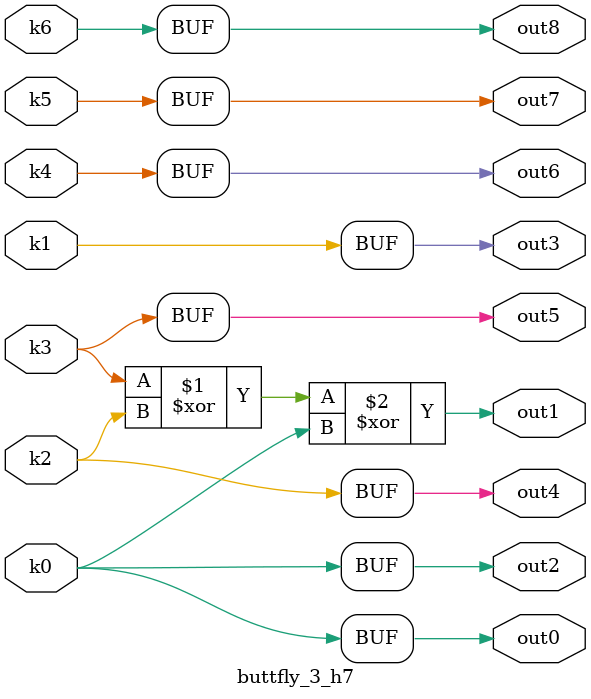
<source format=v>
module buttfly_3(pi0, pi1, pi2, pi3, pi4, pi5, po0, po1, po2, po3, po4, po5, po6, po7, po8);
input pi0, pi1, pi2, pi3, pi4, pi5;
output po0, po1, po2, po3, po4, po5, po6, po7, po8;
wire k0, k1, k2, k3, k4, k5, k6;
buttfly_3_w7 DUT1 (pi0, pi1, pi2, pi3, pi4, pi5, k0, k1, k2, k3, k4, k5, k6);
buttfly_3_h7 DUT2 (k0, k1, k2, k3, k4, k5, k6, po0, po1, po2, po3, po4, po5, po6, po7, po8);
endmodule

module buttfly_3_w7(in5, in4, in3, in2, in1, in0, k6, k5, k4, k3, k2, k1, k0);
input in5, in4, in3, in2, in1, in0;
output k6, k5, k4, k3, k2, k1, k0;
assign k0 =   ((~in3 ^ in0) & (((in4 | ~in1) & (in5 | ~in2)) | (in4 & ~in1))) | (((~in4 & in1) | (~in5 & in2 & (~in4 | in1))) & (in3 ^ in0));
assign k1 =   ((~in4 ^ in1) & (in5 | ~in2)) | (~in5 & in2 & (in4 ^ in1));
assign k2 =   (((in4 & (in1 | (in2 & in5))) | (in1 & in2 & in5)) & (in3 | in0)) | (in3 & in0);
assign k3 =   (((~in4 | (~in1 & (~in2 | ~in5))) & (~in1 | ~in2 | ~in5)) | (~in3 & ~in0)) & (~in3 | ~in0);
assign k4 =   ((in3 ^ in0) & ((in5 & in2 & (in4 | in1)) | (in4 & in1))) | ((~in3 ^ in0) & ((~in4 & ~in1) | ((~in4 | ~in1) & (~in5 | ~in2))));
assign k5 =   (in5 & in2 & (in4 ^ in1)) | ((~in4 ^ in1) & (~in5 | ~in2));
assign k6 =   in5 ^ ~in2;
endmodule

module buttfly_3_h7(k6, k5, k4, k3, k2, k1, k0, out8, out7, out6, out5, out4, out3, out2, out1, out0);
input k6, k5, k4, k3, k2, k1, k0;
output out8, out7, out6, out5, out4, out3, out2, out1, out0;
assign out0 = k0;
assign out1 = k3 ^ k2 ^ k0;
assign out2 = k0;
assign out3 = k1;
assign out4 = k2;
assign out5 = k3;
assign out6 = k4;
assign out7 = k5;
assign out8 = k6;
endmodule

</source>
